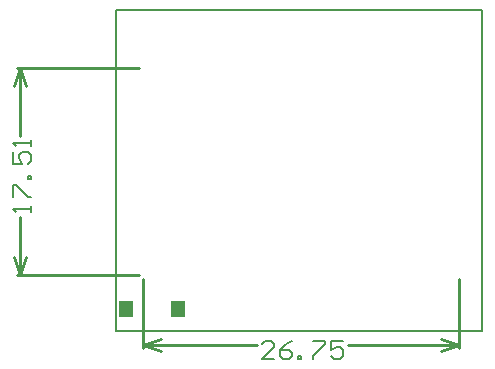
<source format=gtp>
%FSLAX25Y25*%
%MOIN*%
G70*
G01*
G75*
G04 Layer_Color=8421504*
%ADD10C,0.01000*%
%ADD11R,0.04843X0.05354*%
%ADD12C,0.03000*%
%ADD13C,0.00500*%
%ADD14C,0.00600*%
%ADD15O,0.06000X0.03000*%
%ADD16R,0.06000X0.03000*%
%ADD17R,0.02362X0.02362*%
%ADD18C,0.02000*%
%ADD19C,0.05000*%
%ADD20R,0.03347X0.02756*%
%ADD21R,0.05118X0.03937*%
%ADD22R,0.02559X0.05315*%
%ADD23O,0.01772X0.05709*%
D10*
X105300Y-24400D02*
Y-1250D01*
X0Y-24400D02*
Y-1250D01*
X68291Y-23400D02*
X105300D01*
X0D02*
X38100D01*
X99300Y-21400D02*
X105300Y-23400D01*
X99300Y-25400D02*
X105300Y-23400D01*
X0D02*
X6000Y-25400D01*
X0Y-23400D02*
X6000Y-21400D01*
X-42000Y0D02*
X-1250D01*
X-42000Y68946D02*
X-1250D01*
X-41000Y0D02*
Y19277D01*
Y46469D02*
Y68946D01*
Y0D02*
X-39000Y6000D01*
X-43000D02*
X-41000Y0D01*
X-43000Y62946D02*
X-41000Y68946D01*
X-39000Y62946D01*
D11*
X-5602Y-11200D02*
D03*
X11602D02*
D03*
D13*
X-9055Y-18504D02*
Y88386D01*
X-8900D02*
X112992D01*
Y-18504D02*
Y88400D01*
X-9055Y-18504D02*
X113100D01*
D14*
X43699Y-28100D02*
X39700D01*
X43699Y-24101D01*
Y-23102D01*
X42699Y-22102D01*
X40700D01*
X39700Y-23102D01*
X49697Y-22102D02*
X47697Y-23102D01*
X45698Y-25101D01*
Y-27100D01*
X46698Y-28100D01*
X48697D01*
X49697Y-27100D01*
Y-26101D01*
X48697Y-25101D01*
X45698D01*
X51696Y-28100D02*
Y-27100D01*
X52696D01*
Y-28100D01*
X51696D01*
X56695Y-22102D02*
X60693D01*
Y-23102D01*
X56695Y-27100D01*
Y-28100D01*
X66691Y-22102D02*
X62693D01*
Y-25101D01*
X64692Y-24101D01*
X65692D01*
X66691Y-25101D01*
Y-27100D01*
X65692Y-28100D01*
X63692D01*
X62693Y-27100D01*
X-37401Y20877D02*
Y22876D01*
Y21877D01*
X-43399D01*
X-42399Y20877D01*
X-43399Y25875D02*
Y29874D01*
X-42399D01*
X-38401Y25875D01*
X-37401D01*
Y31873D02*
X-38401D01*
Y32873D01*
X-37401D01*
Y31873D01*
X-43399Y40870D02*
Y36872D01*
X-40400D01*
X-41400Y38871D01*
Y39871D01*
X-40400Y40870D01*
X-38401D01*
X-37401Y39871D01*
Y37871D01*
X-38401Y36872D01*
X-37401Y42870D02*
Y44869D01*
Y43869D01*
X-43399D01*
X-42399Y42870D01*
M02*

</source>
